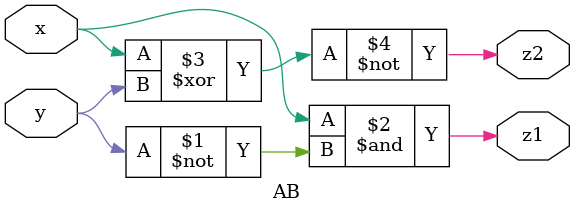
<source format=v>
module top_module (input x, input y, output z);
    wire a1, a2, b1, b2;
    AB block1 (x, y, a1, b1);
    AB block2 (x, y, a2, b2);
    assign z = (a1 | b1) ^ (a2 & b2);
endmodule

module AB (input x, input y, output z1, output z2);
    assign z1 = x & (~y);
    assign z2 = ~(x ^ y);
endmodule

</source>
